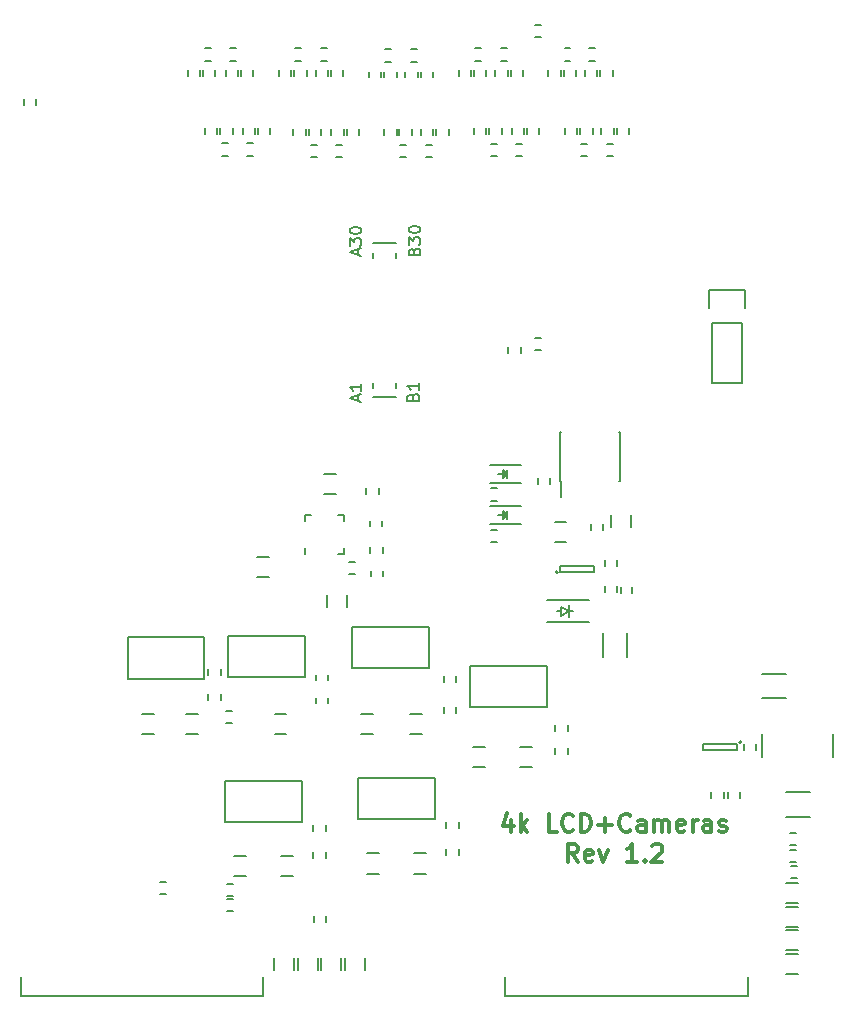
<source format=gto>
G04 #@! TF.FileFunction,Legend,Top*
%FSLAX46Y46*%
G04 Gerber Fmt 4.6, Leading zero omitted, Abs format (unit mm)*
G04 Created by KiCad (PCBNEW 4.0.4-stable) date Mon Nov 14 15:58:05 2016*
%MOMM*%
%LPD*%
G01*
G04 APERTURE LIST*
%ADD10C,0.100000*%
%ADD11C,0.300000*%
%ADD12C,0.150000*%
G04 APERTURE END LIST*
D10*
D11*
X209250000Y-149303571D02*
X209250000Y-150303571D01*
X208892857Y-148732143D02*
X208535714Y-149803571D01*
X209464286Y-149803571D01*
X210035714Y-150303571D02*
X210035714Y-148803571D01*
X210178571Y-149732143D02*
X210607142Y-150303571D01*
X210607142Y-149303571D02*
X210035714Y-149875000D01*
X213107143Y-150303571D02*
X212392857Y-150303571D01*
X212392857Y-148803571D01*
X214464286Y-150160714D02*
X214392857Y-150232143D01*
X214178571Y-150303571D01*
X214035714Y-150303571D01*
X213821429Y-150232143D01*
X213678571Y-150089286D01*
X213607143Y-149946429D01*
X213535714Y-149660714D01*
X213535714Y-149446429D01*
X213607143Y-149160714D01*
X213678571Y-149017857D01*
X213821429Y-148875000D01*
X214035714Y-148803571D01*
X214178571Y-148803571D01*
X214392857Y-148875000D01*
X214464286Y-148946429D01*
X215107143Y-150303571D02*
X215107143Y-148803571D01*
X215464286Y-148803571D01*
X215678571Y-148875000D01*
X215821429Y-149017857D01*
X215892857Y-149160714D01*
X215964286Y-149446429D01*
X215964286Y-149660714D01*
X215892857Y-149946429D01*
X215821429Y-150089286D01*
X215678571Y-150232143D01*
X215464286Y-150303571D01*
X215107143Y-150303571D01*
X216607143Y-149732143D02*
X217750000Y-149732143D01*
X217178571Y-150303571D02*
X217178571Y-149160714D01*
X219321429Y-150160714D02*
X219250000Y-150232143D01*
X219035714Y-150303571D01*
X218892857Y-150303571D01*
X218678572Y-150232143D01*
X218535714Y-150089286D01*
X218464286Y-149946429D01*
X218392857Y-149660714D01*
X218392857Y-149446429D01*
X218464286Y-149160714D01*
X218535714Y-149017857D01*
X218678572Y-148875000D01*
X218892857Y-148803571D01*
X219035714Y-148803571D01*
X219250000Y-148875000D01*
X219321429Y-148946429D01*
X220607143Y-150303571D02*
X220607143Y-149517857D01*
X220535714Y-149375000D01*
X220392857Y-149303571D01*
X220107143Y-149303571D01*
X219964286Y-149375000D01*
X220607143Y-150232143D02*
X220464286Y-150303571D01*
X220107143Y-150303571D01*
X219964286Y-150232143D01*
X219892857Y-150089286D01*
X219892857Y-149946429D01*
X219964286Y-149803571D01*
X220107143Y-149732143D01*
X220464286Y-149732143D01*
X220607143Y-149660714D01*
X221321429Y-150303571D02*
X221321429Y-149303571D01*
X221321429Y-149446429D02*
X221392857Y-149375000D01*
X221535715Y-149303571D01*
X221750000Y-149303571D01*
X221892857Y-149375000D01*
X221964286Y-149517857D01*
X221964286Y-150303571D01*
X221964286Y-149517857D02*
X222035715Y-149375000D01*
X222178572Y-149303571D01*
X222392857Y-149303571D01*
X222535715Y-149375000D01*
X222607143Y-149517857D01*
X222607143Y-150303571D01*
X223892857Y-150232143D02*
X223750000Y-150303571D01*
X223464286Y-150303571D01*
X223321429Y-150232143D01*
X223250000Y-150089286D01*
X223250000Y-149517857D01*
X223321429Y-149375000D01*
X223464286Y-149303571D01*
X223750000Y-149303571D01*
X223892857Y-149375000D01*
X223964286Y-149517857D01*
X223964286Y-149660714D01*
X223250000Y-149803571D01*
X224607143Y-150303571D02*
X224607143Y-149303571D01*
X224607143Y-149589286D02*
X224678571Y-149446429D01*
X224750000Y-149375000D01*
X224892857Y-149303571D01*
X225035714Y-149303571D01*
X226178571Y-150303571D02*
X226178571Y-149517857D01*
X226107142Y-149375000D01*
X225964285Y-149303571D01*
X225678571Y-149303571D01*
X225535714Y-149375000D01*
X226178571Y-150232143D02*
X226035714Y-150303571D01*
X225678571Y-150303571D01*
X225535714Y-150232143D01*
X225464285Y-150089286D01*
X225464285Y-149946429D01*
X225535714Y-149803571D01*
X225678571Y-149732143D01*
X226035714Y-149732143D01*
X226178571Y-149660714D01*
X226821428Y-150232143D02*
X226964285Y-150303571D01*
X227250000Y-150303571D01*
X227392857Y-150232143D01*
X227464285Y-150089286D01*
X227464285Y-150017857D01*
X227392857Y-149875000D01*
X227250000Y-149803571D01*
X227035714Y-149803571D01*
X226892857Y-149732143D01*
X226821428Y-149589286D01*
X226821428Y-149517857D01*
X226892857Y-149375000D01*
X227035714Y-149303571D01*
X227250000Y-149303571D01*
X227392857Y-149375000D01*
X214892858Y-152853571D02*
X214392858Y-152139286D01*
X214035715Y-152853571D02*
X214035715Y-151353571D01*
X214607143Y-151353571D01*
X214750001Y-151425000D01*
X214821429Y-151496429D01*
X214892858Y-151639286D01*
X214892858Y-151853571D01*
X214821429Y-151996429D01*
X214750001Y-152067857D01*
X214607143Y-152139286D01*
X214035715Y-152139286D01*
X216107143Y-152782143D02*
X215964286Y-152853571D01*
X215678572Y-152853571D01*
X215535715Y-152782143D01*
X215464286Y-152639286D01*
X215464286Y-152067857D01*
X215535715Y-151925000D01*
X215678572Y-151853571D01*
X215964286Y-151853571D01*
X216107143Y-151925000D01*
X216178572Y-152067857D01*
X216178572Y-152210714D01*
X215464286Y-152353571D01*
X216678572Y-151853571D02*
X217035715Y-152853571D01*
X217392857Y-151853571D01*
X219892857Y-152853571D02*
X219035714Y-152853571D01*
X219464286Y-152853571D02*
X219464286Y-151353571D01*
X219321429Y-151567857D01*
X219178571Y-151710714D01*
X219035714Y-151782143D01*
X220535714Y-152710714D02*
X220607142Y-152782143D01*
X220535714Y-152853571D01*
X220464285Y-152782143D01*
X220535714Y-152710714D01*
X220535714Y-152853571D01*
X221178571Y-151496429D02*
X221250000Y-151425000D01*
X221392857Y-151353571D01*
X221750000Y-151353571D01*
X221892857Y-151425000D01*
X221964286Y-151496429D01*
X222035714Y-151639286D01*
X222035714Y-151782143D01*
X221964286Y-151996429D01*
X221107143Y-152853571D01*
X222035714Y-152853571D01*
D12*
X199500000Y-112700000D02*
X199500000Y-112300000D01*
X197500000Y-113500000D02*
X199500000Y-113500000D01*
X197500000Y-112300000D02*
X197500000Y-112700000D01*
X197500000Y-101700000D02*
X197500000Y-101300000D01*
X199500000Y-101700000D02*
X199500000Y-101300000D01*
X197500000Y-100500000D02*
X199500000Y-100500000D01*
X167750000Y-164200000D02*
X188250000Y-164200000D01*
X188250000Y-164200000D02*
X188250000Y-162600000D01*
X167750000Y-164200000D02*
X167750000Y-162600000D01*
X198225000Y-86450000D02*
X198225000Y-85950000D01*
X197175000Y-85950000D02*
X197175000Y-86450000D01*
X193995000Y-90830000D02*
X193995000Y-91330000D01*
X195045000Y-91330000D02*
X195045000Y-90830000D01*
X213900000Y-124080000D02*
X212900000Y-124080000D01*
X212900000Y-125780000D02*
X213900000Y-125780000D01*
X187750000Y-128750000D02*
X188750000Y-128750000D01*
X188750000Y-127050000D02*
X187750000Y-127050000D01*
X195990000Y-127505000D02*
X195490000Y-127505000D01*
X195490000Y-128455000D02*
X195990000Y-128455000D01*
X218525000Y-129580000D02*
X218525000Y-130080000D01*
X219475000Y-130080000D02*
X219475000Y-129580000D01*
X219025000Y-135500000D02*
X219025000Y-133500000D01*
X216975000Y-133500000D02*
X216975000Y-135500000D01*
X193410000Y-121690000D02*
X194410000Y-121690000D01*
X194410000Y-119990000D02*
X193410000Y-119990000D01*
X193670000Y-130300000D02*
X193670000Y-131300000D01*
X195370000Y-131300000D02*
X195370000Y-130300000D01*
X183295000Y-90710000D02*
X183295000Y-91210000D01*
X184345000Y-91210000D02*
X184345000Y-90710000D01*
X184595000Y-90710000D02*
X184595000Y-91210000D01*
X185645000Y-91210000D02*
X185645000Y-90710000D01*
X186495000Y-90710000D02*
X186495000Y-91210000D01*
X187545000Y-91210000D02*
X187545000Y-90710000D01*
X187795000Y-90710000D02*
X187795000Y-91210000D01*
X188845000Y-91210000D02*
X188845000Y-90710000D01*
X213425000Y-86350000D02*
X213425000Y-85850000D01*
X212375000Y-85850000D02*
X212375000Y-86350000D01*
X214725000Y-86350000D02*
X214725000Y-85850000D01*
X213675000Y-85850000D02*
X213675000Y-86350000D01*
X216525000Y-86350000D02*
X216525000Y-85850000D01*
X215475000Y-85850000D02*
X215475000Y-86350000D01*
X217825000Y-86350000D02*
X217825000Y-85850000D01*
X216775000Y-85850000D02*
X216775000Y-86350000D01*
X213775000Y-90750000D02*
X213775000Y-91250000D01*
X214825000Y-91250000D02*
X214825000Y-90750000D01*
X215075000Y-90750000D02*
X215075000Y-91250000D01*
X216125000Y-91250000D02*
X216125000Y-90750000D01*
X216875000Y-90750000D02*
X216875000Y-91250000D01*
X217925000Y-91250000D02*
X217925000Y-90750000D01*
X218175000Y-90750000D02*
X218175000Y-91250000D01*
X219225000Y-91250000D02*
X219225000Y-90750000D01*
X182895000Y-86350000D02*
X182895000Y-85850000D01*
X181845000Y-85850000D02*
X181845000Y-86350000D01*
X184195000Y-86350000D02*
X184195000Y-85850000D01*
X183145000Y-85850000D02*
X183145000Y-86350000D01*
X186095000Y-86350000D02*
X186095000Y-85850000D01*
X185045000Y-85850000D02*
X185045000Y-86350000D01*
X187395000Y-86350000D02*
X187395000Y-85850000D01*
X186345000Y-85850000D02*
X186345000Y-86350000D01*
X190625000Y-86350000D02*
X190625000Y-85850000D01*
X189575000Y-85850000D02*
X189575000Y-86350000D01*
X191925000Y-86350000D02*
X191925000Y-85850000D01*
X190875000Y-85850000D02*
X190875000Y-86350000D01*
X193725000Y-86350000D02*
X193725000Y-85850000D01*
X192675000Y-85850000D02*
X192675000Y-86350000D01*
X195025000Y-86350000D02*
X195025000Y-85850000D01*
X193975000Y-85850000D02*
X193975000Y-86350000D01*
X185270000Y-92035000D02*
X184770000Y-92035000D01*
X184770000Y-93085000D02*
X185270000Y-93085000D01*
X187370000Y-92035000D02*
X186870000Y-92035000D01*
X186870000Y-93085000D02*
X187370000Y-93085000D01*
X214250000Y-83975000D02*
X213750000Y-83975000D01*
X213750000Y-85025000D02*
X214250000Y-85025000D01*
X216350000Y-83975000D02*
X215850000Y-83975000D01*
X215850000Y-85025000D02*
X216350000Y-85025000D01*
X215650000Y-92075000D02*
X215150000Y-92075000D01*
X215150000Y-93125000D02*
X215650000Y-93125000D01*
X217850000Y-92075000D02*
X217350000Y-92075000D01*
X217350000Y-93125000D02*
X217850000Y-93125000D01*
X183820000Y-83975000D02*
X183320000Y-83975000D01*
X183320000Y-85025000D02*
X183820000Y-85025000D01*
X185920000Y-83975000D02*
X185420000Y-83975000D01*
X185420000Y-85025000D02*
X185920000Y-85025000D01*
X191450000Y-83975000D02*
X190950000Y-83975000D01*
X190950000Y-85025000D02*
X191450000Y-85025000D01*
X193650000Y-83975000D02*
X193150000Y-83975000D01*
X193150000Y-85025000D02*
X193650000Y-85025000D01*
X205825000Y-86350000D02*
X205825000Y-85850000D01*
X204775000Y-85850000D02*
X204775000Y-86350000D01*
X207125000Y-86350000D02*
X207125000Y-85850000D01*
X206075000Y-85850000D02*
X206075000Y-86350000D01*
X208925000Y-86350000D02*
X208925000Y-85850000D01*
X207875000Y-85850000D02*
X207875000Y-86350000D01*
X210225000Y-86350000D02*
X210225000Y-85850000D01*
X209175000Y-85850000D02*
X209175000Y-86350000D01*
X199525000Y-86450000D02*
X199525000Y-85950000D01*
X198475000Y-85950000D02*
X198475000Y-86450000D01*
X201325000Y-86450000D02*
X201325000Y-85950000D01*
X200275000Y-85950000D02*
X200275000Y-86450000D01*
X202625000Y-86450000D02*
X202625000Y-85950000D01*
X201575000Y-85950000D02*
X201575000Y-86450000D01*
X190795000Y-90830000D02*
X190795000Y-91330000D01*
X191845000Y-91330000D02*
X191845000Y-90830000D01*
X192095000Y-90830000D02*
X192095000Y-91330000D01*
X193145000Y-91330000D02*
X193145000Y-90830000D01*
X195295000Y-90830000D02*
X195295000Y-91330000D01*
X196345000Y-91330000D02*
X196345000Y-90830000D01*
X206075000Y-90760000D02*
X206075000Y-91260000D01*
X207125000Y-91260000D02*
X207125000Y-90760000D01*
X207375000Y-90760000D02*
X207375000Y-91260000D01*
X208425000Y-91260000D02*
X208425000Y-90760000D01*
X209275000Y-90760000D02*
X209275000Y-91260000D01*
X210325000Y-91260000D02*
X210325000Y-90760000D01*
X210575000Y-90760000D02*
X210575000Y-91260000D01*
X211625000Y-91260000D02*
X211625000Y-90760000D01*
X198475000Y-90850000D02*
X198475000Y-91350000D01*
X199525000Y-91350000D02*
X199525000Y-90850000D01*
X199775000Y-90850000D02*
X199775000Y-91350000D01*
X200825000Y-91350000D02*
X200825000Y-90850000D01*
X201575000Y-90850000D02*
X201575000Y-91350000D01*
X202625000Y-91350000D02*
X202625000Y-90850000D01*
X202875000Y-90850000D02*
X202875000Y-91350000D01*
X203925000Y-91350000D02*
X203925000Y-90850000D01*
X206650000Y-83975000D02*
X206150000Y-83975000D01*
X206150000Y-85025000D02*
X206650000Y-85025000D01*
X208850000Y-83975000D02*
X208350000Y-83975000D01*
X208350000Y-85025000D02*
X208850000Y-85025000D01*
X199050000Y-84075000D02*
X198550000Y-84075000D01*
X198550000Y-85125000D02*
X199050000Y-85125000D01*
X201250000Y-84075000D02*
X200750000Y-84075000D01*
X200750000Y-85125000D02*
X201250000Y-85125000D01*
X192770000Y-92155000D02*
X192270000Y-92155000D01*
X192270000Y-93205000D02*
X192770000Y-93205000D01*
X194870000Y-92155000D02*
X194370000Y-92155000D01*
X194370000Y-93205000D02*
X194870000Y-93205000D01*
X208050000Y-92085000D02*
X207550000Y-92085000D01*
X207550000Y-93135000D02*
X208050000Y-93135000D01*
X210150000Y-92085000D02*
X209650000Y-92085000D01*
X209650000Y-93135000D02*
X210150000Y-93135000D01*
X200350000Y-92175000D02*
X199850000Y-92175000D01*
X199850000Y-93225000D02*
X200350000Y-93225000D01*
X202550000Y-92175000D02*
X202050000Y-92175000D01*
X202050000Y-93225000D02*
X202550000Y-93225000D01*
X217025000Y-124780000D02*
X217025000Y-124280000D01*
X215975000Y-124280000D02*
X215975000Y-124780000D01*
X218225000Y-129980000D02*
X218225000Y-129480000D01*
X217175000Y-129480000D02*
X217175000Y-129980000D01*
X218225000Y-127780000D02*
X218225000Y-127280000D01*
X217175000Y-127280000D02*
X217175000Y-127780000D01*
X198305000Y-124460000D02*
X198305000Y-123960000D01*
X197255000Y-123960000D02*
X197255000Y-124460000D01*
X198355000Y-126720000D02*
X198355000Y-126220000D01*
X197305000Y-126220000D02*
X197305000Y-126720000D01*
X198375000Y-128700000D02*
X198375000Y-128200000D01*
X197325000Y-128200000D02*
X197325000Y-128700000D01*
X213200000Y-128330000D02*
G75*
G03X213200000Y-128330000I-100000J0D01*
G01*
X213350000Y-127780000D02*
X213350000Y-128280000D01*
X216250000Y-127780000D02*
X213350000Y-127780000D01*
X216250000Y-128280000D02*
X216250000Y-127780000D01*
X213350000Y-128280000D02*
X216250000Y-128280000D01*
X191785000Y-123515000D02*
X192285000Y-123515000D01*
X195035000Y-126765000D02*
X194535000Y-126765000D01*
X195035000Y-123515000D02*
X194535000Y-123515000D01*
X191785000Y-126765000D02*
X191785000Y-126265000D01*
X195035000Y-126765000D02*
X195035000Y-126265000D01*
X195035000Y-123515000D02*
X195035000Y-124015000D01*
X191785000Y-123515000D02*
X191785000Y-124015000D01*
X213325000Y-120575000D02*
X213470000Y-120575000D01*
X213325000Y-116425000D02*
X213470000Y-116425000D01*
X218475000Y-116425000D02*
X218330000Y-116425000D01*
X218475000Y-120575000D02*
X218330000Y-120575000D01*
X213325000Y-120575000D02*
X213325000Y-116425000D01*
X218475000Y-120575000D02*
X218475000Y-116425000D01*
X213470000Y-120575000D02*
X213470000Y-121975000D01*
X213482500Y-131630000D02*
X213101500Y-131630000D01*
X214498500Y-131630000D02*
X214117500Y-131630000D01*
X214117500Y-131630000D02*
X213482500Y-132011000D01*
X213482500Y-132011000D02*
X213482500Y-131249000D01*
X213482500Y-131249000D02*
X214117500Y-131630000D01*
X214117500Y-132138000D02*
X214117500Y-131122000D01*
X215800000Y-130730000D02*
X212260000Y-130730000D01*
X215800000Y-132530000D02*
X212260000Y-132530000D01*
X197500000Y-140350000D02*
X196500000Y-140350000D01*
X196500000Y-142050000D02*
X197500000Y-142050000D01*
X200700000Y-142050000D02*
X201700000Y-142050000D01*
X201700000Y-140350000D02*
X200700000Y-140350000D01*
X196975000Y-121250000D02*
X196975000Y-121750000D01*
X198025000Y-121750000D02*
X198025000Y-121250000D01*
X212525000Y-120850000D02*
X212525000Y-120350000D01*
X211475000Y-120350000D02*
X211475000Y-120850000D01*
X208975000Y-109250000D02*
X208975000Y-109750000D01*
X210025000Y-109750000D02*
X210025000Y-109250000D01*
X211250000Y-109525000D02*
X211750000Y-109525000D01*
X211750000Y-108475000D02*
X211250000Y-108475000D01*
X203515000Y-139760000D02*
X203515000Y-140260000D01*
X204565000Y-140260000D02*
X204565000Y-139760000D01*
X203525000Y-137160000D02*
X203525000Y-137660000D01*
X204575000Y-137660000D02*
X204575000Y-137160000D01*
X195750000Y-132950000D02*
X195750000Y-136450000D01*
X195750000Y-136450000D02*
X202250000Y-136450000D01*
X202250000Y-136450000D02*
X202250000Y-132950000D01*
X202250000Y-132950000D02*
X195750000Y-132950000D01*
X198000000Y-152150000D02*
X197000000Y-152150000D01*
X197000000Y-153850000D02*
X198000000Y-153850000D01*
X210000000Y-144850000D02*
X211000000Y-144850000D01*
X211000000Y-143150000D02*
X210000000Y-143150000D01*
X207000000Y-143150000D02*
X206000000Y-143150000D01*
X206000000Y-144850000D02*
X207000000Y-144850000D01*
X201000000Y-153850000D02*
X202000000Y-153850000D01*
X202000000Y-152150000D02*
X201000000Y-152150000D01*
X186750000Y-152400000D02*
X185750000Y-152400000D01*
X185750000Y-154100000D02*
X186750000Y-154100000D01*
X189750000Y-154100000D02*
X190750000Y-154100000D01*
X190750000Y-152400000D02*
X189750000Y-152400000D01*
X179540000Y-155595000D02*
X180040000Y-155595000D01*
X180040000Y-154545000D02*
X179540000Y-154545000D01*
X212975000Y-143250000D02*
X212975000Y-143750000D01*
X214025000Y-143750000D02*
X214025000Y-143250000D01*
X212975000Y-141250000D02*
X212975000Y-141750000D01*
X214025000Y-141750000D02*
X214025000Y-141250000D01*
X233380000Y-150385000D02*
X232880000Y-150385000D01*
X232880000Y-151435000D02*
X233380000Y-151435000D01*
X203725000Y-151750000D02*
X203725000Y-152250000D01*
X204775000Y-152250000D02*
X204775000Y-151750000D01*
X203725000Y-149500000D02*
X203725000Y-150000000D01*
X204775000Y-150000000D02*
X204775000Y-149500000D01*
X192475000Y-152000000D02*
X192475000Y-152500000D01*
X193525000Y-152500000D02*
X193525000Y-152000000D01*
X192475000Y-149750000D02*
X192475000Y-150250000D01*
X193525000Y-150250000D02*
X193525000Y-149750000D01*
X205750000Y-136250000D02*
X205750000Y-139750000D01*
X205750000Y-139750000D02*
X212250000Y-139750000D01*
X212250000Y-139750000D02*
X212250000Y-136250000D01*
X212250000Y-136250000D02*
X205750000Y-136250000D01*
X196250000Y-145750000D02*
X196250000Y-149250000D01*
X196250000Y-149250000D02*
X202750000Y-149250000D01*
X202750000Y-149250000D02*
X202750000Y-145750000D01*
X202750000Y-145750000D02*
X196250000Y-145750000D01*
X185000000Y-146000000D02*
X185000000Y-149500000D01*
X185000000Y-149500000D02*
X191500000Y-149500000D01*
X191500000Y-149500000D02*
X191500000Y-146000000D01*
X191500000Y-146000000D02*
X185000000Y-146000000D01*
X208750000Y-164200000D02*
X229250000Y-164200000D01*
X229250000Y-164200000D02*
X229250000Y-162600000D01*
X208750000Y-164200000D02*
X208750000Y-162600000D01*
X189150000Y-161000000D02*
X189150000Y-162000000D01*
X190850000Y-162000000D02*
X190850000Y-161000000D01*
X191150000Y-161000000D02*
X191150000Y-162000000D01*
X192850000Y-162000000D02*
X192850000Y-161000000D01*
X193150000Y-161000000D02*
X193150000Y-162000000D01*
X194850000Y-162000000D02*
X194850000Y-161000000D01*
X232500000Y-156350000D02*
X233500000Y-156350000D01*
X233500000Y-154650000D02*
X232500000Y-154650000D01*
X232500000Y-162350000D02*
X233500000Y-162350000D01*
X233500000Y-160650000D02*
X232500000Y-160650000D01*
X232500000Y-160350000D02*
X233500000Y-160350000D01*
X233500000Y-158650000D02*
X232500000Y-158650000D01*
X232500000Y-158350000D02*
X233500000Y-158350000D01*
X233500000Y-156650000D02*
X232500000Y-156650000D01*
X195150000Y-161000000D02*
X195150000Y-162000000D01*
X196850000Y-162000000D02*
X196850000Y-161000000D01*
X185670000Y-155965000D02*
X185170000Y-155965000D01*
X185170000Y-157015000D02*
X185670000Y-157015000D01*
X185690000Y-154695000D02*
X185190000Y-154695000D01*
X185190000Y-155745000D02*
X185690000Y-155745000D01*
X193555000Y-157940000D02*
X193555000Y-157440000D01*
X192505000Y-157440000D02*
X192505000Y-157940000D01*
X233390000Y-153215000D02*
X232890000Y-153215000D01*
X232890000Y-154265000D02*
X233390000Y-154265000D01*
X233360000Y-151815000D02*
X232860000Y-151815000D01*
X232860000Y-152865000D02*
X233360000Y-152865000D01*
X210100000Y-122750000D02*
X207400000Y-122750000D01*
X210100000Y-124250000D02*
X207400000Y-124250000D01*
X208600000Y-123350000D02*
X208600000Y-123600000D01*
X208600000Y-123600000D02*
X208750000Y-123450000D01*
X208850000Y-123850000D02*
X208850000Y-123150000D01*
X208500000Y-123500000D02*
X208150000Y-123500000D01*
X208850000Y-123500000D02*
X208500000Y-123850000D01*
X208500000Y-123850000D02*
X208500000Y-123150000D01*
X208500000Y-123150000D02*
X208850000Y-123500000D01*
X210100000Y-119250000D02*
X207400000Y-119250000D01*
X210100000Y-120750000D02*
X207400000Y-120750000D01*
X208600000Y-119850000D02*
X208600000Y-120100000D01*
X208600000Y-120100000D02*
X208750000Y-119950000D01*
X208850000Y-120350000D02*
X208850000Y-119650000D01*
X208500000Y-120000000D02*
X208150000Y-120000000D01*
X208850000Y-120000000D02*
X208500000Y-120350000D01*
X208500000Y-120350000D02*
X208500000Y-119650000D01*
X208500000Y-119650000D02*
X208850000Y-120000000D01*
X207500000Y-125775000D02*
X208000000Y-125775000D01*
X208000000Y-124725000D02*
X207500000Y-124725000D01*
X207500000Y-122275000D02*
X208000000Y-122275000D01*
X208000000Y-121225000D02*
X207500000Y-121225000D01*
X217650000Y-123500000D02*
X217650000Y-124500000D01*
X219350000Y-124500000D02*
X219350000Y-123500000D01*
X189200000Y-142050000D02*
X190200000Y-142050000D01*
X190200000Y-140350000D02*
X189200000Y-140350000D01*
X226230000Y-107270000D02*
X226230000Y-112350000D01*
X226230000Y-112350000D02*
X228770000Y-112350000D01*
X228770000Y-112350000D02*
X228770000Y-107270000D01*
X229050000Y-104450000D02*
X229050000Y-106000000D01*
X228770000Y-107270000D02*
X226230000Y-107270000D01*
X225950000Y-106000000D02*
X225950000Y-104450000D01*
X225950000Y-104450000D02*
X229050000Y-104450000D01*
X193725000Y-137500000D02*
X193725000Y-137000000D01*
X192675000Y-137000000D02*
X192675000Y-137500000D01*
X193725000Y-139450000D02*
X193725000Y-138950000D01*
X192675000Y-138950000D02*
X192675000Y-139450000D01*
X185250000Y-133750000D02*
X185250000Y-137250000D01*
X185250000Y-137250000D02*
X191750000Y-137250000D01*
X191750000Y-137250000D02*
X191750000Y-133750000D01*
X191750000Y-133750000D02*
X185250000Y-133750000D01*
X185570000Y-140095000D02*
X185070000Y-140095000D01*
X185070000Y-141145000D02*
X185570000Y-141145000D01*
X179000000Y-140350000D02*
X178000000Y-140350000D01*
X178000000Y-142050000D02*
X179000000Y-142050000D01*
X181700000Y-142050000D02*
X182700000Y-142050000D01*
X182700000Y-140350000D02*
X181700000Y-140350000D01*
X232500000Y-136975000D02*
X230500000Y-136975000D01*
X230500000Y-139025000D02*
X232500000Y-139025000D01*
X228985000Y-142850000D02*
X228985000Y-143350000D01*
X229935000Y-143350000D02*
X229935000Y-142850000D01*
X234500000Y-146975000D02*
X232500000Y-146975000D01*
X232500000Y-149025000D02*
X234500000Y-149025000D01*
X230500000Y-142000000D02*
X230500000Y-144000000D01*
X236500000Y-144000000D02*
X236500000Y-142000000D01*
X167975000Y-88250000D02*
X167975000Y-88750000D01*
X169025000Y-88750000D02*
X169025000Y-88250000D01*
X211250000Y-83025000D02*
X211750000Y-83025000D01*
X211750000Y-81975000D02*
X211250000Y-81975000D01*
X183575000Y-138650000D02*
X183575000Y-139150000D01*
X184625000Y-139150000D02*
X184625000Y-138650000D01*
X183575000Y-136550000D02*
X183575000Y-137050000D01*
X184625000Y-137050000D02*
X184625000Y-136550000D01*
X227575000Y-146950000D02*
X227575000Y-147450000D01*
X228625000Y-147450000D02*
X228625000Y-146950000D01*
X227225000Y-147450000D02*
X227225000Y-146950000D01*
X226175000Y-146950000D02*
X226175000Y-147450000D01*
X176750000Y-133850000D02*
X176750000Y-137350000D01*
X176750000Y-137350000D02*
X183250000Y-137350000D01*
X183250000Y-137350000D02*
X183250000Y-133850000D01*
X183250000Y-133850000D02*
X176750000Y-133850000D01*
X228740000Y-142740000D02*
G75*
G03X228740000Y-142740000I-100000J0D01*
G01*
X228390000Y-143390000D02*
X228390000Y-142890000D01*
X225490000Y-143390000D02*
X228390000Y-143390000D01*
X225490000Y-142890000D02*
X225490000Y-143390000D01*
X228390000Y-142890000D02*
X225490000Y-142890000D01*
X196266667Y-101490476D02*
X196266667Y-101014285D01*
X196552381Y-101585714D02*
X195552381Y-101252381D01*
X196552381Y-100919047D01*
X195552381Y-100680952D02*
X195552381Y-100061904D01*
X195933333Y-100395238D01*
X195933333Y-100252380D01*
X195980952Y-100157142D01*
X196028571Y-100109523D01*
X196123810Y-100061904D01*
X196361905Y-100061904D01*
X196457143Y-100109523D01*
X196504762Y-100157142D01*
X196552381Y-100252380D01*
X196552381Y-100538095D01*
X196504762Y-100633333D01*
X196457143Y-100680952D01*
X195552381Y-99442857D02*
X195552381Y-99347618D01*
X195600000Y-99252380D01*
X195647619Y-99204761D01*
X195742857Y-99157142D01*
X195933333Y-99109523D01*
X196171429Y-99109523D01*
X196361905Y-99157142D01*
X196457143Y-99204761D01*
X196504762Y-99252380D01*
X196552381Y-99347618D01*
X196552381Y-99442857D01*
X196504762Y-99538095D01*
X196457143Y-99585714D01*
X196361905Y-99633333D01*
X196171429Y-99680952D01*
X195933333Y-99680952D01*
X195742857Y-99633333D01*
X195647619Y-99585714D01*
X195600000Y-99538095D01*
X195552381Y-99442857D01*
X201028571Y-101180952D02*
X201076190Y-101038095D01*
X201123810Y-100990476D01*
X201219048Y-100942857D01*
X201361905Y-100942857D01*
X201457143Y-100990476D01*
X201504762Y-101038095D01*
X201552381Y-101133333D01*
X201552381Y-101514286D01*
X200552381Y-101514286D01*
X200552381Y-101180952D01*
X200600000Y-101085714D01*
X200647619Y-101038095D01*
X200742857Y-100990476D01*
X200838095Y-100990476D01*
X200933333Y-101038095D01*
X200980952Y-101085714D01*
X201028571Y-101180952D01*
X201028571Y-101514286D01*
X200552381Y-100609524D02*
X200552381Y-99990476D01*
X200933333Y-100323810D01*
X200933333Y-100180952D01*
X200980952Y-100085714D01*
X201028571Y-100038095D01*
X201123810Y-99990476D01*
X201361905Y-99990476D01*
X201457143Y-100038095D01*
X201504762Y-100085714D01*
X201552381Y-100180952D01*
X201552381Y-100466667D01*
X201504762Y-100561905D01*
X201457143Y-100609524D01*
X200552381Y-99371429D02*
X200552381Y-99276190D01*
X200600000Y-99180952D01*
X200647619Y-99133333D01*
X200742857Y-99085714D01*
X200933333Y-99038095D01*
X201171429Y-99038095D01*
X201361905Y-99085714D01*
X201457143Y-99133333D01*
X201504762Y-99180952D01*
X201552381Y-99276190D01*
X201552381Y-99371429D01*
X201504762Y-99466667D01*
X201457143Y-99514286D01*
X201361905Y-99561905D01*
X201171429Y-99609524D01*
X200933333Y-99609524D01*
X200742857Y-99561905D01*
X200647619Y-99514286D01*
X200600000Y-99466667D01*
X200552381Y-99371429D01*
X200928571Y-113504761D02*
X200976190Y-113361904D01*
X201023810Y-113314285D01*
X201119048Y-113266666D01*
X201261905Y-113266666D01*
X201357143Y-113314285D01*
X201404762Y-113361904D01*
X201452381Y-113457142D01*
X201452381Y-113838095D01*
X200452381Y-113838095D01*
X200452381Y-113504761D01*
X200500000Y-113409523D01*
X200547619Y-113361904D01*
X200642857Y-113314285D01*
X200738095Y-113314285D01*
X200833333Y-113361904D01*
X200880952Y-113409523D01*
X200928571Y-113504761D01*
X200928571Y-113838095D01*
X201452381Y-112314285D02*
X201452381Y-112885714D01*
X201452381Y-112600000D02*
X200452381Y-112600000D01*
X200595238Y-112695238D01*
X200690476Y-112790476D01*
X200738095Y-112885714D01*
X196266667Y-113814286D02*
X196266667Y-113338095D01*
X196552381Y-113909524D02*
X195552381Y-113576191D01*
X196552381Y-113242857D01*
X196552381Y-112385714D02*
X196552381Y-112957143D01*
X196552381Y-112671429D02*
X195552381Y-112671429D01*
X195695238Y-112766667D01*
X195790476Y-112861905D01*
X195838095Y-112957143D01*
M02*

</source>
